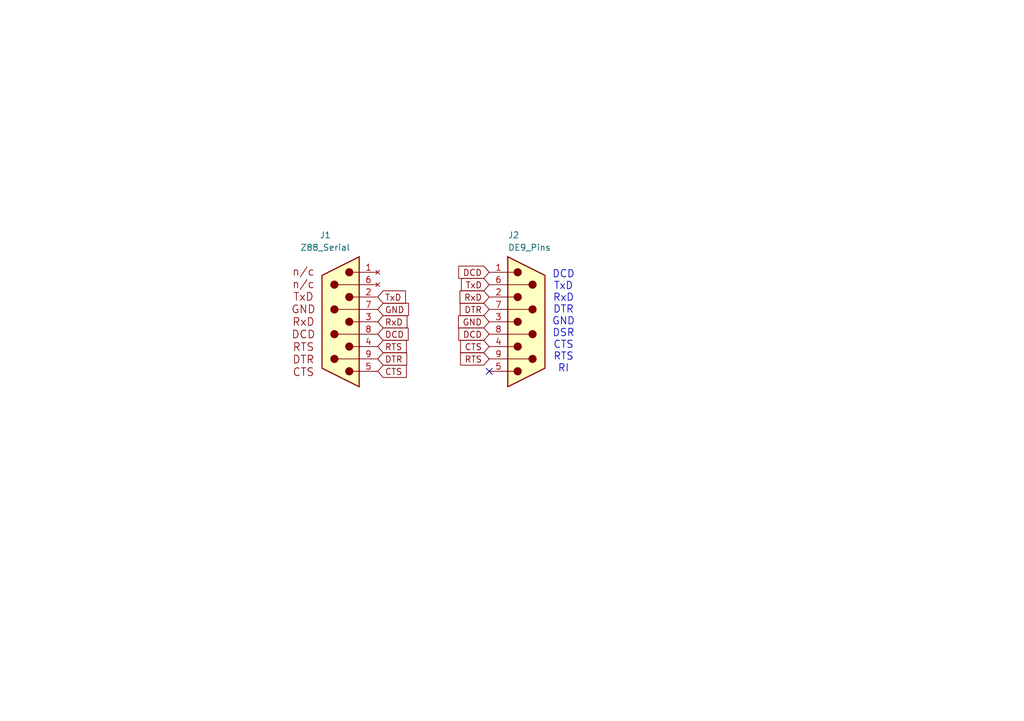
<source format=kicad_sch>
(kicad_sch (version 20250114) (generator "eeschema") (generator_version "9.0")
  (paper "A5")
  (title_block (title "Z88 DE9 Serial Converter") (date "1-Jul-2025") (rev "A") (company "Brett Hallen") (comment 1 "www.youtube.com/@Brfff"))
  (lib_symbols
    (symbol "Clueless_Engineer:Z88_DE9"
      (property "Reference" "J" (at -4.5303 4.5748 0))
      (property "Value" "Z88_Serial" (at 0 2.54 0))
      (symbol "Z88_DE9_0_1"
        (circle (center -1.27 -5.08) (radius 0.762) (fill (type outline)))
        (circle (center -1.27 -10.16) (radius 0.762) (fill (type outline)))
        (circle (center -1.27 -15.24) (radius 0.762) (fill (type outline)))
        (circle (center -1.27 -20.32) (radius 0.762) (fill (type outline)))
        (circle (center 1.778 -2.54) (radius 0.762) (fill (type outline)))
        (circle (center 1.778 -7.62) (radius 0.762) (fill (type outline)))
        (circle (center 1.778 -12.7) (radius 0.762) (fill (type outline)))
        (circle (center 1.778 -17.78) (radius 0.762) (fill (type outline)))
        (circle (center 1.778 -22.86) (radius 0.762) (fill (type outline)))
        (polyline (pts (xy 3.81 0.635) (xy 3.81 -26.035) (xy -3.81 -22.225) (xy -3.81 -3.175) (xy 3.81 0.635)) (stroke (width 0.254)) (fill (type background)))
        (polyline (pts (xy 3.81 -2.54) (xy 2.54 -2.54)))
        (polyline (pts (xy 3.81 -5.08) (xy -0.508 -5.08)))
        (polyline (pts (xy 3.81 -7.62) (xy 2.54 -7.62)))
        (polyline (pts (xy 3.81 -10.16) (xy -0.508 -10.16)))
        (polyline (pts (xy 3.81 -12.7) (xy 2.54 -12.7)))
        (polyline (pts (xy 3.81 -15.24) (xy -0.508 -15.24)))
        (polyline (pts (xy 3.81 -17.78) (xy 2.54 -17.78)))
        (polyline (pts (xy 3.81 -20.32) (xy -0.508 -20.32)))
        (polyline (pts (xy 3.81 -22.86) (xy 2.54 -22.86)))
      )
      (symbol "Z88_DE9_1_1"
        (text "n/c\nn/c\nTxD\nGND\nRxD\nDCD\nRTS\nDTR\nCTS" (at -7.62 -12.7 0) (effects (font (size 1.6 1.6))))
        (pin no_connect line (at 7.62 -2.54 180) (length 3.81) (name "") (number "1"))
        (pin no_connect line (at 7.62 -5.08 180) (length 3.81) (name "") (number "6"))
        (pin output line (at 7.62 -7.62 180) (length 3.81) (name "") (number "2"))
        (pin power_in line (at 7.62 -10.16 180) (length 3.81) (name "") (number "7"))
        (pin input line (at 7.62 -12.7 180) (length 3.81) (name "") (number "3"))
        (pin input line (at 7.62 -15.24 180) (length 3.81) (name "") (number "8"))
        (pin output line (at 7.62 -17.78 180) (length 3.81) (name "") (number "4"))
        (pin output line (at 7.62 -20.32 180) (length 3.81) (name "") (number "9"))
        (pin input line (at 7.62 -22.86 180) (length 3.81) (name "") (number "5"))
      )
    )
    (symbol "Connector:DE9_Pins" (pin_names (offset 1.016) (hide yes))
      (property "Reference" "J" (at 0 13.97 0))
      (property "Value" "DE9_Pins" (at 0 -14.605 0))
      (symbol "DE9_Pins_0_1"
        (polyline (pts (xy -3.81 10.16) (xy -2.54 10.16)))
        (polyline (pts (xy -3.81 7.62) (xy 0.508 7.62)))
        (polyline (pts (xy -3.81 5.08) (xy -2.54 5.08)))
        (polyline (pts (xy -3.81 2.54) (xy 0.508 2.54)))
        (polyline (pts (xy -3.81 0) (xy -2.54 0)))
        (polyline (pts (xy -3.81 -2.54) (xy 0.508 -2.54)))
        (polyline (pts (xy -3.81 -5.08) (xy -2.54 -5.08)))
        (polyline (pts (xy -3.81 -7.62) (xy 0.508 -7.62)))
        (polyline (pts (xy -3.81 -10.16) (xy -2.54 -10.16)))
        (polyline (pts (xy -3.81 -13.335) (xy -3.81 13.335) (xy 3.81 9.525) (xy 3.81 -9.525) (xy -3.81 -13.335)) (stroke (width 0.254)) (fill (type background)))
        (circle (center -1.778 10.16) (radius 0.762) (fill (type outline)))
        (circle (center -1.778 5.08) (radius 0.762) (fill (type outline)))
        (circle (center -1.778 0) (radius 0.762) (fill (type outline)))
        (circle (center -1.778 -5.08) (radius 0.762) (fill (type outline)))
        (circle (center -1.778 -10.16) (radius 0.762) (fill (type outline)))
        (circle (center 1.27 7.62) (radius 0.762) (fill (type outline)))
        (circle (center 1.27 2.54) (radius 0.762) (fill (type outline)))
        (circle (center 1.27 -2.54) (radius 0.762) (fill (type outline)))
        (circle (center 1.27 -7.62) (radius 0.762) (fill (type outline)))
      )
      (symbol "DE9_Pins_1_1"
        (pin passive line (at -7.62 10.16 0) (length 3.81) (name "5") (number "5"))
        (pin passive line (at -7.62 7.62 0) (length 3.81) (name "9") (number "9"))
        (pin passive line (at -7.62 5.08 0) (length 3.81) (name "4") (number "4"))
        (pin passive line (at -7.62 2.54 0) (length 3.81) (name "8") (number "8"))
        (pin passive line (at -7.62 0 0) (length 3.81) (name "3") (number "3"))
        (pin passive line (at -7.62 -2.54 0) (length 3.81) (name "7") (number "7"))
        (pin passive line (at -7.62 -5.08 0) (length 3.81) (name "2") (number "2"))
        (pin passive line (at -7.62 -7.62 0) (length 3.81) (name "6") (number "6"))
        (pin passive line (at -7.62 -10.16 0) (length 3.81) (name "1") (number "1"))
      )
    )
  )
  (text "DCD\nTxD\nRxD\nDTR\nGND\nDSR\nCTS\nRTS\nRI" (at 115.57 66.04 0) (effects (font (size 1.5 1.5))))
  (no_connect (at 100.33 76.2))
  (global_label "TxD" (shape input) (at 100.33 58.42 180) (property "Intersheetrefs" "${INTERSHEET_REFS}" (effects (hide yes))))
  (global_label "CTS" (shape input) (at 100.33 71.12 180) (property "Intersheetrefs" "${INTERSHEET_REFS}" (effects (hide yes))))
  (global_label "DTR" (shape input) (at 77.47 73.66 0) (property "Intersheetrefs" "${INTERSHEET_REFS}" (effects (hide yes))))
  (global_label "DCD" (shape input) (at 100.33 55.88 180) (property "Intersheetrefs" "${INTERSHEET_REFS}" (effects (hide yes))))
  (global_label "DTR" (shape input) (at 100.33 63.5 180) (property "Intersheetrefs" "${INTERSHEET_REFS}" (effects (hide yes))))
  (global_label "GND" (shape input) (at 77.47 63.5 0) (property "Intersheetrefs" "${INTERSHEET_REFS}" (effects (hide yes))))
  (global_label "GND" (shape input) (at 100.33 66.04 180) (property "Intersheetrefs" "${INTERSHEET_REFS}" (effects (hide yes))))
  (global_label "DCD" (shape input) (at 77.47 68.58 0) (property "Intersheetrefs" "${INTERSHEET_REFS}" (effects (hide yes))))
  (global_label "TxD" (shape input) (at 77.47 60.96 0) (property "Intersheetrefs" "${INTERSHEET_REFS}" (effects (hide yes))))
  (global_label "DCD" (shape input) (at 100.33 68.58 180) (property "Intersheetrefs" "${INTERSHEET_REFS}" (effects (hide yes))))
  (global_label "RTS" (shape input) (at 77.47 71.12 0) (property "Intersheetrefs" "${INTERSHEET_REFS}" (effects (hide yes))))
  (global_label "RxD" (shape input) (at 100.33 60.96 180) (property "Intersheetrefs" "${INTERSHEET_REFS}" (effects (hide yes))))
  (global_label "RTS" (shape input) (at 100.33 73.66 180) (property "Intersheetrefs" "${INTERSHEET_REFS}" (effects (hide yes))))
  (global_label "RxD" (shape input) (at 77.47 66.04 0) (property "Intersheetrefs" "${INTERSHEET_REFS}" (effects (hide yes))))
  (global_label "CTS" (shape input) (at 77.47 76.2 0) (property "Intersheetrefs" "${INTERSHEET_REFS}" (effects (hide yes))))
  (symbol (lib_id "Clueless_Engineer:Z88_DE9") (at 69.85 53.34 0) (unit 1)
    (property "Reference" "J1" (at 66.7194 48.26 0))
    (property "Value" "Z88_Serial" (at 66.7194 50.8 0))
    (property "Footprint" "Connector_Dsub:DSUB-9_Pins_EdgeMount_P2.77mm" (effects (hide yes)))
  )
  (symbol (lib_id "Connector:DE9_Pins") (at 107.95 66.04 0) (mirror x) (unit 1)
    (property "Reference" "J2" (at 104.14 48.26 0) (effects (justify left)))
    (property "Value" "DE9_Pins" (at 104.14 50.8001 0) (effects (justify left)))
    (property "Footprint" "Connector_Dsub:DSUB-9_Pins_EdgeMount_P2.77mm" (effects (hide yes)))
    (property "Description" "9-pin D-SUB connector, pins (male)" (effects (hide yes)))
  )
)
</source>
